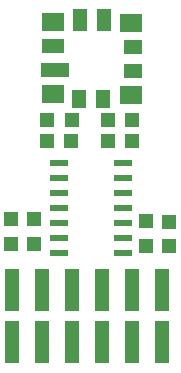
<source format=gbr>
G04 #@! TF.GenerationSoftware,KiCad,Pcbnew,5.0.0-fee4fd1~65~ubuntu16.04.1*
G04 #@! TF.CreationDate,2018-08-02T14:10:23+02:00*
G04 #@! TF.ProjectId,beetrax-pcb2,626565747261782D706362322E6B6963,rev?*
G04 #@! TF.SameCoordinates,Original*
G04 #@! TF.FileFunction,Paste,Top*
G04 #@! TF.FilePolarity,Positive*
%FSLAX46Y46*%
G04 Gerber Fmt 4.6, Leading zero omitted, Abs format (unit mm)*
G04 Created by KiCad (PCBNEW 5.0.0-fee4fd1~65~ubuntu16.04.1) date Thu Aug  2 14:10:23 2018*
%MOMM*%
%LPD*%
G01*
G04 APERTURE LIST*
%ADD10R,1.500000X0.600000*%
%ADD11R,1.900000X1.498600*%
%ADD12R,2.400000X1.244600*%
%ADD13R,1.500000X1.244600*%
%ADD14R,1.900000X1.244600*%
%ADD15R,1.244600X1.900000*%
%ADD16R,1.244600X1.500000*%
%ADD17R,1.200000X1.200000*%
%ADD18R,1.280000X3.680000*%
G04 APERTURE END LIST*
D10*
G04 #@! TO.C,U1*
X147640000Y-127680000D03*
X147640000Y-128950000D03*
X147640000Y-130220000D03*
X147640000Y-131490000D03*
X147640000Y-132760000D03*
X147640000Y-134030000D03*
X147640000Y-135300000D03*
X142240000Y-135300000D03*
X142240000Y-134030000D03*
X142240000Y-132760000D03*
X142240000Y-131490000D03*
X142240000Y-130220000D03*
X142240000Y-128950000D03*
X142240000Y-127680000D03*
G04 #@! TD*
D11*
G04 #@! TO.C,D1*
X141713200Y-121792800D03*
X148303200Y-121852800D03*
D12*
X141943200Y-119744800D03*
D13*
X148503200Y-119820800D03*
D14*
X141713200Y-117728800D03*
D13*
X148503200Y-117788800D03*
D11*
X141713200Y-115696800D03*
X148303200Y-115756800D03*
D15*
X146083200Y-115564800D03*
X144013200Y-115564800D03*
D16*
X143943200Y-122214800D03*
X146003200Y-122214800D03*
G04 #@! TD*
D17*
G04 #@! TO.C,R1*
X138210000Y-132400000D03*
X138210000Y-134500000D03*
G04 #@! TD*
G04 #@! TO.C,R2*
X141190000Y-125800000D03*
X143290000Y-125800000D03*
G04 #@! TD*
G04 #@! TO.C,R3*
X146350000Y-125800000D03*
X148450000Y-125800000D03*
G04 #@! TD*
G04 #@! TO.C,R4*
X149610000Y-134700000D03*
X149610000Y-132600000D03*
G04 #@! TD*
D18*
G04 #@! TO.C,J1*
X150950000Y-142840000D03*
X148410000Y-142840000D03*
X145870000Y-142840000D03*
X143330000Y-142840000D03*
X140790000Y-142840000D03*
X138250000Y-142840000D03*
X150950000Y-138400000D03*
X148410000Y-138400000D03*
X145870000Y-138400000D03*
X143330000Y-138400000D03*
X140790000Y-138400000D03*
X138250000Y-138400000D03*
G04 #@! TD*
D17*
G04 #@! TO.C,C1*
X140130000Y-132400000D03*
X140130000Y-134500000D03*
G04 #@! TD*
G04 #@! TO.C,C2*
X141200000Y-124000000D03*
X143300000Y-124000000D03*
G04 #@! TD*
G04 #@! TO.C,C3*
X146350000Y-124000000D03*
X148450000Y-124000000D03*
G04 #@! TD*
G04 #@! TO.C,C4*
X151580000Y-134720000D03*
X151580000Y-132620000D03*
G04 #@! TD*
M02*

</source>
